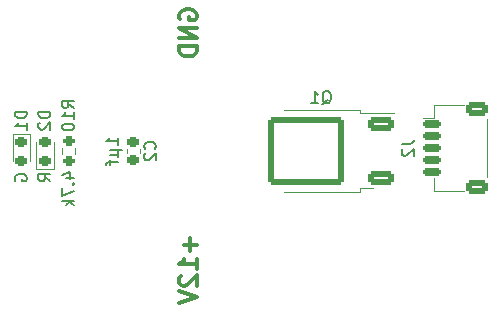
<source format=gbo>
G04 #@! TF.GenerationSoftware,KiCad,Pcbnew,7.0.9*
G04 #@! TF.CreationDate,2023-12-19T12:33:16+08:00*
G04 #@! TF.ProjectId,vnh5019,766e6835-3031-4392-9e6b-696361645f70,rev?*
G04 #@! TF.SameCoordinates,Original*
G04 #@! TF.FileFunction,Legend,Bot*
G04 #@! TF.FilePolarity,Positive*
%FSLAX46Y46*%
G04 Gerber Fmt 4.6, Leading zero omitted, Abs format (unit mm)*
G04 Created by KiCad (PCBNEW 7.0.9) date 2023-12-19 12:33:16*
%MOMM*%
%LPD*%
G01*
G04 APERTURE LIST*
G04 Aperture macros list*
%AMRoundRect*
0 Rectangle with rounded corners*
0 $1 Rounding radius*
0 $2 $3 $4 $5 $6 $7 $8 $9 X,Y pos of 4 corners*
0 Add a 4 corners polygon primitive as box body*
4,1,4,$2,$3,$4,$5,$6,$7,$8,$9,$2,$3,0*
0 Add four circle primitives for the rounded corners*
1,1,$1+$1,$2,$3*
1,1,$1+$1,$4,$5*
1,1,$1+$1,$6,$7*
1,1,$1+$1,$8,$9*
0 Add four rect primitives between the rounded corners*
20,1,$1+$1,$2,$3,$4,$5,0*
20,1,$1+$1,$4,$5,$6,$7,0*
20,1,$1+$1,$6,$7,$8,$9,0*
20,1,$1+$1,$8,$9,$2,$3,0*%
G04 Aperture macros list end*
%ADD10C,0.300000*%
%ADD11C,0.150000*%
%ADD12C,0.120000*%
%ADD13C,6.400000*%
%ADD14R,1.600000X1.600000*%
%ADD15C,1.600000*%
%ADD16R,3.000000X3.000000*%
%ADD17C,3.000000*%
%ADD18RoundRect,0.218750X0.256250X-0.218750X0.256250X0.218750X-0.256250X0.218750X-0.256250X-0.218750X0*%
%ADD19RoundRect,0.250000X0.850000X0.350000X-0.850000X0.350000X-0.850000X-0.350000X0.850000X-0.350000X0*%
%ADD20RoundRect,0.249997X2.950003X2.650003X-2.950003X2.650003X-2.950003X-2.650003X2.950003X-2.650003X0*%
%ADD21RoundRect,0.150000X-0.625000X0.150000X-0.625000X-0.150000X0.625000X-0.150000X0.625000X0.150000X0*%
%ADD22RoundRect,0.250000X-0.650000X0.350000X-0.650000X-0.350000X0.650000X-0.350000X0.650000X0.350000X0*%
%ADD23RoundRect,0.225000X0.250000X-0.225000X0.250000X0.225000X-0.250000X0.225000X-0.250000X-0.225000X0*%
%ADD24R,10.000000X5.000000*%
%ADD25RoundRect,0.218750X-0.256250X0.218750X-0.256250X-0.218750X0.256250X-0.218750X0.256250X0.218750X0*%
%ADD26RoundRect,0.200000X0.275000X-0.200000X0.275000X0.200000X-0.275000X0.200000X-0.275000X-0.200000X0*%
G04 APERTURE END LIST*
D10*
X98306900Y-112357143D02*
X98306900Y-113500001D01*
X98878328Y-112928572D02*
X97735471Y-112928572D01*
X98878328Y-115000001D02*
X98878328Y-114142858D01*
X98878328Y-114571429D02*
X97378328Y-114571429D01*
X97378328Y-114571429D02*
X97592614Y-114428572D01*
X97592614Y-114428572D02*
X97735471Y-114285715D01*
X97735471Y-114285715D02*
X97806900Y-114142858D01*
X97521185Y-115571429D02*
X97449757Y-115642857D01*
X97449757Y-115642857D02*
X97378328Y-115785715D01*
X97378328Y-115785715D02*
X97378328Y-116142857D01*
X97378328Y-116142857D02*
X97449757Y-116285715D01*
X97449757Y-116285715D02*
X97521185Y-116357143D01*
X97521185Y-116357143D02*
X97664042Y-116428572D01*
X97664042Y-116428572D02*
X97806900Y-116428572D01*
X97806900Y-116428572D02*
X98021185Y-116357143D01*
X98021185Y-116357143D02*
X98878328Y-115500000D01*
X98878328Y-115500000D02*
X98878328Y-116428572D01*
X97378328Y-116857143D02*
X98878328Y-117357143D01*
X98878328Y-117357143D02*
X97378328Y-117857143D01*
X97449757Y-93857143D02*
X97378328Y-93714286D01*
X97378328Y-93714286D02*
X97378328Y-93500000D01*
X97378328Y-93500000D02*
X97449757Y-93285714D01*
X97449757Y-93285714D02*
X97592614Y-93142857D01*
X97592614Y-93142857D02*
X97735471Y-93071428D01*
X97735471Y-93071428D02*
X98021185Y-93000000D01*
X98021185Y-93000000D02*
X98235471Y-93000000D01*
X98235471Y-93000000D02*
X98521185Y-93071428D01*
X98521185Y-93071428D02*
X98664042Y-93142857D01*
X98664042Y-93142857D02*
X98806900Y-93285714D01*
X98806900Y-93285714D02*
X98878328Y-93500000D01*
X98878328Y-93500000D02*
X98878328Y-93642857D01*
X98878328Y-93642857D02*
X98806900Y-93857143D01*
X98806900Y-93857143D02*
X98735471Y-93928571D01*
X98735471Y-93928571D02*
X98235471Y-93928571D01*
X98235471Y-93928571D02*
X98235471Y-93642857D01*
X98878328Y-94571428D02*
X97378328Y-94571428D01*
X97378328Y-94571428D02*
X98878328Y-95428571D01*
X98878328Y-95428571D02*
X97378328Y-95428571D01*
X98878328Y-96142857D02*
X97378328Y-96142857D01*
X97378328Y-96142857D02*
X97378328Y-96500000D01*
X97378328Y-96500000D02*
X97449757Y-96714286D01*
X97449757Y-96714286D02*
X97592614Y-96857143D01*
X97592614Y-96857143D02*
X97735471Y-96928572D01*
X97735471Y-96928572D02*
X98021185Y-97000000D01*
X98021185Y-97000000D02*
X98235471Y-97000000D01*
X98235471Y-97000000D02*
X98521185Y-96928572D01*
X98521185Y-96928572D02*
X98664042Y-96857143D01*
X98664042Y-96857143D02*
X98806900Y-96714286D01*
X98806900Y-96714286D02*
X98878328Y-96500000D01*
X98878328Y-96500000D02*
X98878328Y-96142857D01*
D11*
X86454819Y-101661905D02*
X85454819Y-101661905D01*
X85454819Y-101661905D02*
X85454819Y-101900000D01*
X85454819Y-101900000D02*
X85502438Y-102042857D01*
X85502438Y-102042857D02*
X85597676Y-102138095D01*
X85597676Y-102138095D02*
X85692914Y-102185714D01*
X85692914Y-102185714D02*
X85883390Y-102233333D01*
X85883390Y-102233333D02*
X86026247Y-102233333D01*
X86026247Y-102233333D02*
X86216723Y-102185714D01*
X86216723Y-102185714D02*
X86311961Y-102138095D01*
X86311961Y-102138095D02*
X86407200Y-102042857D01*
X86407200Y-102042857D02*
X86454819Y-101900000D01*
X86454819Y-101900000D02*
X86454819Y-101661905D01*
X85550057Y-102614286D02*
X85502438Y-102661905D01*
X85502438Y-102661905D02*
X85454819Y-102757143D01*
X85454819Y-102757143D02*
X85454819Y-102995238D01*
X85454819Y-102995238D02*
X85502438Y-103090476D01*
X85502438Y-103090476D02*
X85550057Y-103138095D01*
X85550057Y-103138095D02*
X85645295Y-103185714D01*
X85645295Y-103185714D02*
X85740533Y-103185714D01*
X85740533Y-103185714D02*
X85883390Y-103138095D01*
X85883390Y-103138095D02*
X86454819Y-102566667D01*
X86454819Y-102566667D02*
X86454819Y-103185714D01*
X86454819Y-107559523D02*
X85978628Y-107226190D01*
X86454819Y-106988095D02*
X85454819Y-106988095D01*
X85454819Y-106988095D02*
X85454819Y-107369047D01*
X85454819Y-107369047D02*
X85502438Y-107464285D01*
X85502438Y-107464285D02*
X85550057Y-107511904D01*
X85550057Y-107511904D02*
X85645295Y-107559523D01*
X85645295Y-107559523D02*
X85788152Y-107559523D01*
X85788152Y-107559523D02*
X85883390Y-107511904D01*
X85883390Y-107511904D02*
X85931009Y-107464285D01*
X85931009Y-107464285D02*
X85978628Y-107369047D01*
X85978628Y-107369047D02*
X85978628Y-106988095D01*
X109470238Y-101050057D02*
X109565476Y-101002438D01*
X109565476Y-101002438D02*
X109660714Y-100907200D01*
X109660714Y-100907200D02*
X109803571Y-100764342D01*
X109803571Y-100764342D02*
X109898809Y-100716723D01*
X109898809Y-100716723D02*
X109994047Y-100716723D01*
X109946428Y-100954819D02*
X110041666Y-100907200D01*
X110041666Y-100907200D02*
X110136904Y-100811961D01*
X110136904Y-100811961D02*
X110184523Y-100621485D01*
X110184523Y-100621485D02*
X110184523Y-100288152D01*
X110184523Y-100288152D02*
X110136904Y-100097676D01*
X110136904Y-100097676D02*
X110041666Y-100002438D01*
X110041666Y-100002438D02*
X109946428Y-99954819D01*
X109946428Y-99954819D02*
X109755952Y-99954819D01*
X109755952Y-99954819D02*
X109660714Y-100002438D01*
X109660714Y-100002438D02*
X109565476Y-100097676D01*
X109565476Y-100097676D02*
X109517857Y-100288152D01*
X109517857Y-100288152D02*
X109517857Y-100621485D01*
X109517857Y-100621485D02*
X109565476Y-100811961D01*
X109565476Y-100811961D02*
X109660714Y-100907200D01*
X109660714Y-100907200D02*
X109755952Y-100954819D01*
X109755952Y-100954819D02*
X109946428Y-100954819D01*
X108565476Y-100954819D02*
X109136904Y-100954819D01*
X108851190Y-100954819D02*
X108851190Y-99954819D01*
X108851190Y-99954819D02*
X108946428Y-100097676D01*
X108946428Y-100097676D02*
X109041666Y-100192914D01*
X109041666Y-100192914D02*
X109136904Y-100240533D01*
X116224819Y-104416666D02*
X116939104Y-104416666D01*
X116939104Y-104416666D02*
X117081961Y-104369047D01*
X117081961Y-104369047D02*
X117177200Y-104273809D01*
X117177200Y-104273809D02*
X117224819Y-104130952D01*
X117224819Y-104130952D02*
X117224819Y-104035714D01*
X116320057Y-104845238D02*
X116272438Y-104892857D01*
X116272438Y-104892857D02*
X116224819Y-104988095D01*
X116224819Y-104988095D02*
X116224819Y-105226190D01*
X116224819Y-105226190D02*
X116272438Y-105321428D01*
X116272438Y-105321428D02*
X116320057Y-105369047D01*
X116320057Y-105369047D02*
X116415295Y-105416666D01*
X116415295Y-105416666D02*
X116510533Y-105416666D01*
X116510533Y-105416666D02*
X116653390Y-105369047D01*
X116653390Y-105369047D02*
X117224819Y-104797619D01*
X117224819Y-104797619D02*
X117224819Y-105416666D01*
X95289580Y-104833333D02*
X95337200Y-104785714D01*
X95337200Y-104785714D02*
X95384819Y-104642857D01*
X95384819Y-104642857D02*
X95384819Y-104547619D01*
X95384819Y-104547619D02*
X95337200Y-104404762D01*
X95337200Y-104404762D02*
X95241961Y-104309524D01*
X95241961Y-104309524D02*
X95146723Y-104261905D01*
X95146723Y-104261905D02*
X94956247Y-104214286D01*
X94956247Y-104214286D02*
X94813390Y-104214286D01*
X94813390Y-104214286D02*
X94622914Y-104261905D01*
X94622914Y-104261905D02*
X94527676Y-104309524D01*
X94527676Y-104309524D02*
X94432438Y-104404762D01*
X94432438Y-104404762D02*
X94384819Y-104547619D01*
X94384819Y-104547619D02*
X94384819Y-104642857D01*
X94384819Y-104642857D02*
X94432438Y-104785714D01*
X94432438Y-104785714D02*
X94480057Y-104833333D01*
X94480057Y-105214286D02*
X94432438Y-105261905D01*
X94432438Y-105261905D02*
X94384819Y-105357143D01*
X94384819Y-105357143D02*
X94384819Y-105595238D01*
X94384819Y-105595238D02*
X94432438Y-105690476D01*
X94432438Y-105690476D02*
X94480057Y-105738095D01*
X94480057Y-105738095D02*
X94575295Y-105785714D01*
X94575295Y-105785714D02*
X94670533Y-105785714D01*
X94670533Y-105785714D02*
X94813390Y-105738095D01*
X94813390Y-105738095D02*
X95384819Y-105166667D01*
X95384819Y-105166667D02*
X95384819Y-105785714D01*
X92204819Y-104476190D02*
X92204819Y-103904762D01*
X92204819Y-104190476D02*
X91204819Y-104190476D01*
X91204819Y-104190476D02*
X91347676Y-104095238D01*
X91347676Y-104095238D02*
X91442914Y-104000000D01*
X91442914Y-104000000D02*
X91490533Y-103904762D01*
X91538152Y-104904762D02*
X92538152Y-104904762D01*
X92061961Y-105380952D02*
X92157200Y-105428571D01*
X92157200Y-105428571D02*
X92204819Y-105523809D01*
X92061961Y-104904762D02*
X92157200Y-104952381D01*
X92157200Y-104952381D02*
X92204819Y-105047619D01*
X92204819Y-105047619D02*
X92204819Y-105238095D01*
X92204819Y-105238095D02*
X92157200Y-105333333D01*
X92157200Y-105333333D02*
X92061961Y-105380952D01*
X92061961Y-105380952D02*
X91538152Y-105380952D01*
X91538152Y-105809524D02*
X91538152Y-106190476D01*
X92204819Y-105952381D02*
X91347676Y-105952381D01*
X91347676Y-105952381D02*
X91252438Y-106000000D01*
X91252438Y-106000000D02*
X91204819Y-106095238D01*
X91204819Y-106095238D02*
X91204819Y-106190476D01*
X84454819Y-101661905D02*
X83454819Y-101661905D01*
X83454819Y-101661905D02*
X83454819Y-101900000D01*
X83454819Y-101900000D02*
X83502438Y-102042857D01*
X83502438Y-102042857D02*
X83597676Y-102138095D01*
X83597676Y-102138095D02*
X83692914Y-102185714D01*
X83692914Y-102185714D02*
X83883390Y-102233333D01*
X83883390Y-102233333D02*
X84026247Y-102233333D01*
X84026247Y-102233333D02*
X84216723Y-102185714D01*
X84216723Y-102185714D02*
X84311961Y-102138095D01*
X84311961Y-102138095D02*
X84407200Y-102042857D01*
X84407200Y-102042857D02*
X84454819Y-101900000D01*
X84454819Y-101900000D02*
X84454819Y-101661905D01*
X84454819Y-103185714D02*
X84454819Y-102614286D01*
X84454819Y-102900000D02*
X83454819Y-102900000D01*
X83454819Y-102900000D02*
X83597676Y-102804762D01*
X83597676Y-102804762D02*
X83692914Y-102709524D01*
X83692914Y-102709524D02*
X83740533Y-102614286D01*
X83502438Y-107511904D02*
X83454819Y-107416666D01*
X83454819Y-107416666D02*
X83454819Y-107273809D01*
X83454819Y-107273809D02*
X83502438Y-107130952D01*
X83502438Y-107130952D02*
X83597676Y-107035714D01*
X83597676Y-107035714D02*
X83692914Y-106988095D01*
X83692914Y-106988095D02*
X83883390Y-106940476D01*
X83883390Y-106940476D02*
X84026247Y-106940476D01*
X84026247Y-106940476D02*
X84216723Y-106988095D01*
X84216723Y-106988095D02*
X84311961Y-107035714D01*
X84311961Y-107035714D02*
X84407200Y-107130952D01*
X84407200Y-107130952D02*
X84454819Y-107273809D01*
X84454819Y-107273809D02*
X84454819Y-107369047D01*
X84454819Y-107369047D02*
X84407200Y-107511904D01*
X84407200Y-107511904D02*
X84359580Y-107559523D01*
X84359580Y-107559523D02*
X84026247Y-107559523D01*
X84026247Y-107559523D02*
X84026247Y-107369047D01*
X88454819Y-101357142D02*
X87978628Y-101023809D01*
X88454819Y-100785714D02*
X87454819Y-100785714D01*
X87454819Y-100785714D02*
X87454819Y-101166666D01*
X87454819Y-101166666D02*
X87502438Y-101261904D01*
X87502438Y-101261904D02*
X87550057Y-101309523D01*
X87550057Y-101309523D02*
X87645295Y-101357142D01*
X87645295Y-101357142D02*
X87788152Y-101357142D01*
X87788152Y-101357142D02*
X87883390Y-101309523D01*
X87883390Y-101309523D02*
X87931009Y-101261904D01*
X87931009Y-101261904D02*
X87978628Y-101166666D01*
X87978628Y-101166666D02*
X87978628Y-100785714D01*
X88454819Y-102309523D02*
X88454819Y-101738095D01*
X88454819Y-102023809D02*
X87454819Y-102023809D01*
X87454819Y-102023809D02*
X87597676Y-101928571D01*
X87597676Y-101928571D02*
X87692914Y-101833333D01*
X87692914Y-101833333D02*
X87740533Y-101738095D01*
X87454819Y-102928571D02*
X87454819Y-103023809D01*
X87454819Y-103023809D02*
X87502438Y-103119047D01*
X87502438Y-103119047D02*
X87550057Y-103166666D01*
X87550057Y-103166666D02*
X87645295Y-103214285D01*
X87645295Y-103214285D02*
X87835771Y-103261904D01*
X87835771Y-103261904D02*
X88073866Y-103261904D01*
X88073866Y-103261904D02*
X88264342Y-103214285D01*
X88264342Y-103214285D02*
X88359580Y-103166666D01*
X88359580Y-103166666D02*
X88407200Y-103119047D01*
X88407200Y-103119047D02*
X88454819Y-103023809D01*
X88454819Y-103023809D02*
X88454819Y-102928571D01*
X88454819Y-102928571D02*
X88407200Y-102833333D01*
X88407200Y-102833333D02*
X88359580Y-102785714D01*
X88359580Y-102785714D02*
X88264342Y-102738095D01*
X88264342Y-102738095D02*
X88073866Y-102690476D01*
X88073866Y-102690476D02*
X87835771Y-102690476D01*
X87835771Y-102690476D02*
X87645295Y-102738095D01*
X87645295Y-102738095D02*
X87550057Y-102785714D01*
X87550057Y-102785714D02*
X87502438Y-102833333D01*
X87502438Y-102833333D02*
X87454819Y-102928571D01*
X87788152Y-107271428D02*
X88454819Y-107271428D01*
X87407200Y-107033333D02*
X88121485Y-106795238D01*
X88121485Y-106795238D02*
X88121485Y-107414285D01*
X88359580Y-107795238D02*
X88407200Y-107842857D01*
X88407200Y-107842857D02*
X88454819Y-107795238D01*
X88454819Y-107795238D02*
X88407200Y-107747619D01*
X88407200Y-107747619D02*
X88359580Y-107795238D01*
X88359580Y-107795238D02*
X88454819Y-107795238D01*
X87454819Y-108176190D02*
X87454819Y-108842856D01*
X87454819Y-108842856D02*
X88454819Y-108414285D01*
X88454819Y-109223809D02*
X87454819Y-109223809D01*
X88073866Y-109319047D02*
X88454819Y-109604761D01*
X87788152Y-109604761D02*
X88169104Y-109223809D01*
D12*
X85265000Y-106525000D02*
X85265000Y-104240000D01*
X86735000Y-106525000D02*
X85265000Y-106525000D01*
X86735000Y-104240000D02*
X86735000Y-106525000D01*
X112685000Y-108450000D02*
X112685000Y-108180000D01*
X112685000Y-108180000D02*
X113785000Y-108180000D01*
X112685000Y-101820000D02*
X115515000Y-101820000D01*
X112685000Y-101550000D02*
X112685000Y-101820000D01*
X106265000Y-108450000D02*
X112685000Y-108450000D01*
X106265000Y-101550000D02*
X112685000Y-101550000D01*
X121465000Y-101140000D02*
X118965000Y-101140000D01*
X118965000Y-101140000D02*
X118965000Y-102190000D01*
X118965000Y-102190000D02*
X117975000Y-102190000D01*
X123435000Y-102310000D02*
X123435000Y-107190000D01*
X121465000Y-108360000D02*
X118965000Y-108360000D01*
X118965000Y-108360000D02*
X118965000Y-107310000D01*
X92990000Y-105140580D02*
X92990000Y-104859420D01*
X94010000Y-105140580D02*
X94010000Y-104859420D01*
X84735000Y-103555000D02*
X84735000Y-105840000D01*
X83265000Y-103555000D02*
X84735000Y-103555000D01*
X83265000Y-105840000D02*
X83265000Y-103555000D01*
X87477500Y-105237258D02*
X87477500Y-104762742D01*
X88522500Y-105237258D02*
X88522500Y-104762742D01*
%LPC*%
D13*
X127000000Y-93000000D03*
X127000000Y-117000000D03*
D14*
X75418036Y-106652651D03*
D15*
X75418036Y-103152651D03*
D16*
X66918036Y-102500000D03*
D17*
X66918036Y-107500000D03*
D18*
X86000000Y-105827500D03*
X86000000Y-104252500D03*
D19*
X114415000Y-102720000D03*
D20*
X108115000Y-105000000D03*
D19*
X114415000Y-107280000D03*
D21*
X118750000Y-102750000D03*
X118750000Y-103750000D03*
X118750000Y-104750000D03*
X118750000Y-105750000D03*
X118750000Y-106750000D03*
D22*
X122625000Y-101450000D03*
X122625000Y-108050000D03*
D23*
X93500000Y-105775000D03*
X93500000Y-104225000D03*
D24*
X91592400Y-95000000D03*
X91592400Y-115000000D03*
D25*
X84000000Y-104252500D03*
X84000000Y-105827500D03*
D26*
X88000000Y-105825000D03*
X88000000Y-104175000D03*
%LPD*%
M02*

</source>
